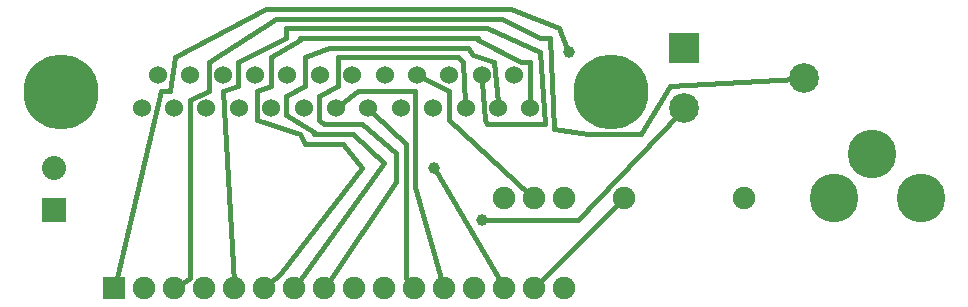
<source format=gbl>
G04 MADE WITH FRITZING*
G04 WWW.FRITZING.ORG*
G04 DOUBLE SIDED*
G04 HOLES PLATED*
G04 CONTOUR ON CENTER OF CONTOUR VECTOR*
%ASAXBY*%
%FSLAX23Y23*%
%MOIN*%
%OFA0B0*%
%SFA1.0B1.0*%
%ADD10C,0.075000*%
%ADD11C,0.162000*%
%ADD12C,0.060000*%
%ADD13C,0.250000*%
%ADD14C,0.099000*%
%ADD15C,0.080000*%
%ADD16C,0.039370*%
%ADD17R,0.075000X0.075000*%
%ADD18R,0.099000X0.099000*%
%ADD19R,0.080000X0.080000*%
%ADD20C,0.016000*%
%LNCOPPER0*%
G90*
G70*
G54D10*
X1648Y377D03*
X1748Y377D03*
X1848Y377D03*
X2048Y377D03*
X2448Y377D03*
X348Y77D03*
X448Y77D03*
X548Y77D03*
X648Y77D03*
X748Y77D03*
X848Y77D03*
X948Y77D03*
X1048Y77D03*
X1148Y77D03*
X1248Y77D03*
X1348Y77D03*
X1448Y77D03*
X1548Y77D03*
X1648Y77D03*
X1748Y77D03*
X1848Y77D03*
G54D11*
X2748Y377D03*
X3037Y378D03*
X2874Y525D03*
G54D12*
X1736Y677D03*
X1628Y677D03*
X1520Y677D03*
X1412Y677D03*
X1304Y677D03*
X1196Y677D03*
X1088Y677D03*
X980Y677D03*
X872Y677D03*
X764Y677D03*
X656Y677D03*
X548Y677D03*
X440Y677D03*
X1682Y789D03*
X1574Y789D03*
X1466Y789D03*
X1358Y789D03*
X1250Y789D03*
X1142Y789D03*
X1034Y789D03*
X926Y789D03*
X818Y789D03*
X710Y789D03*
X602Y789D03*
X494Y789D03*
G54D13*
X2006Y733D03*
X170Y733D03*
G54D14*
X2248Y677D03*
X2248Y877D03*
X2648Y777D03*
G54D15*
X148Y339D03*
X148Y477D03*
G54D16*
X1416Y480D03*
X1576Y304D03*
X1864Y864D03*
G54D17*
X348Y78D03*
G54D18*
X2248Y877D03*
G54D19*
X148Y339D03*
G54D20*
X2032Y361D02*
X1765Y94D01*
D02*
X1213Y661D02*
X1320Y560D01*
X1320Y560D02*
X1320Y112D01*
X1320Y112D02*
X1334Y95D01*
D02*
X1106Y692D02*
X1160Y736D01*
X1160Y736D02*
X1352Y736D01*
X1352Y736D02*
X1352Y416D01*
X1352Y416D02*
X1442Y99D01*
D02*
X1379Y779D02*
X1464Y736D01*
X1464Y736D02*
X1464Y640D01*
X1464Y640D02*
X1732Y393D01*
D02*
X1519Y700D02*
X1512Y832D01*
X1512Y832D02*
X1496Y848D01*
X1496Y848D02*
X1096Y848D01*
X1096Y848D02*
X1096Y752D01*
X1096Y752D02*
X1032Y720D01*
X1032Y720D02*
X1032Y640D01*
X1032Y640D02*
X1048Y624D01*
X1048Y624D02*
X1176Y624D01*
X1176Y624D02*
X1288Y528D01*
X1288Y528D02*
X1288Y432D01*
X1288Y432D02*
X1061Y96D01*
D02*
X962Y96D02*
X1248Y496D01*
X1248Y496D02*
X1144Y592D01*
X1144Y592D02*
X1016Y592D01*
X1016Y592D02*
X1016Y600D01*
X1016Y600D02*
X920Y656D01*
X920Y656D02*
X920Y720D01*
X920Y720D02*
X984Y752D01*
X984Y752D02*
X984Y848D01*
X984Y848D02*
X1064Y880D01*
X1064Y880D02*
X1528Y880D01*
X1528Y880D02*
X1544Y856D01*
X1544Y856D02*
X1616Y832D01*
X1616Y832D02*
X1627Y700D01*
D02*
X1423Y468D02*
X1637Y97D01*
D02*
X865Y93D02*
X904Y128D01*
X904Y128D02*
X1176Y480D01*
X1176Y480D02*
X1112Y560D01*
X1112Y560D02*
X984Y560D01*
X984Y560D02*
X968Y592D01*
X968Y592D02*
X824Y640D01*
X824Y640D02*
X824Y736D01*
X824Y736D02*
X872Y752D01*
X872Y752D02*
X872Y848D01*
X872Y848D02*
X968Y904D01*
X968Y904D02*
X968Y912D01*
X968Y912D02*
X1560Y912D01*
X1560Y912D02*
X1560Y904D01*
X1560Y904D02*
X1704Y832D01*
X1704Y832D02*
X1736Y832D01*
X1736Y832D02*
X1736Y700D01*
D02*
X1576Y766D02*
X1584Y640D01*
X1584Y640D02*
X1592Y624D01*
X1592Y624D02*
X1784Y624D01*
X1784Y624D02*
X1768Y864D01*
X1768Y864D02*
X1592Y944D01*
X1592Y944D02*
X920Y944D01*
X920Y944D02*
X920Y912D01*
X920Y912D02*
X760Y832D01*
X760Y832D02*
X760Y752D01*
X760Y752D02*
X712Y736D01*
X712Y736D02*
X747Y100D01*
D02*
X568Y90D02*
X600Y112D01*
X600Y112D02*
X600Y704D01*
X600Y704D02*
X664Y736D01*
X664Y736D02*
X664Y832D01*
X664Y832D02*
X888Y976D01*
X888Y976D02*
X1640Y976D01*
X1640Y976D02*
X1768Y912D01*
X1768Y912D02*
X1800Y912D01*
X1800Y912D02*
X1816Y608D01*
X1816Y608D02*
X1928Y592D01*
X1928Y592D02*
X2104Y592D01*
X2104Y592D02*
X2200Y752D01*
X2200Y752D02*
X2622Y776D01*
D02*
X1589Y304D02*
X1896Y304D01*
X1896Y304D02*
X2231Y658D01*
D02*
X1859Y876D02*
X1832Y944D01*
X1832Y944D02*
X1672Y1008D01*
X1672Y1008D02*
X856Y1008D01*
X856Y1008D02*
X552Y848D01*
X552Y848D02*
X536Y736D01*
X536Y736D02*
X504Y736D01*
X504Y736D02*
X354Y100D01*
G04 End of Copper0*
M02*
</source>
